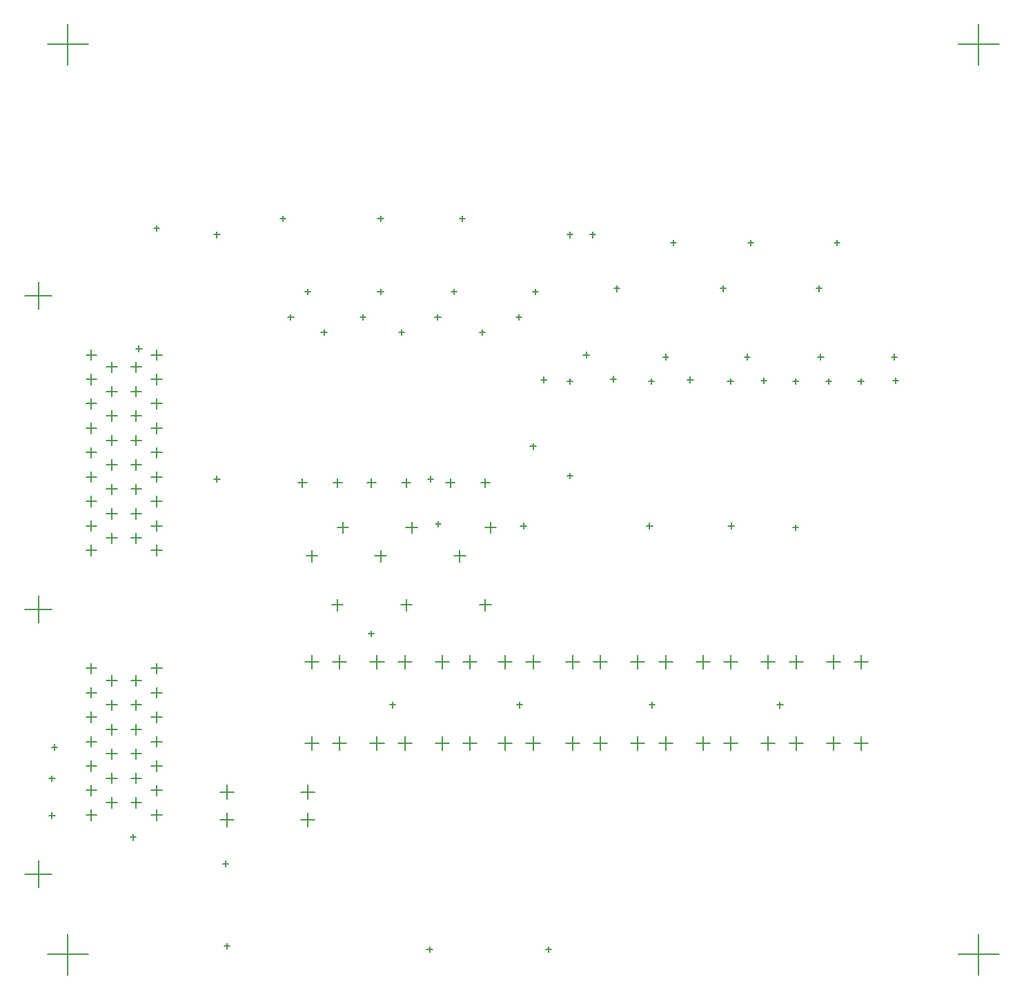
<source format=gbr>
%TF.GenerationSoftware,Altium Limited,Altium Designer,18.1.7 (191)*%
G04 Layer_Color=128*
%FSLAX26Y26*%
%MOIN*%
%TF.FileFunction,Drillmap*%
%TF.Part,Single*%
G01*
G75*
%TA.AperFunction,NonConductor*%
%ADD64C,0.005000*%
D64*
X702756Y2253937D02*
X753937D01*
X728346Y2228346D02*
Y2279527D01*
X702756Y2372047D02*
X753937D01*
X728346Y2346457D02*
Y2397638D01*
X702756Y2490157D02*
X753937D01*
X728346Y2464567D02*
Y2515748D01*
X702756Y2608268D02*
X753937D01*
X728346Y2582677D02*
Y2633858D01*
X702756Y2726378D02*
X753937D01*
X728346Y2700787D02*
Y2751968D01*
X702756Y2844488D02*
X753937D01*
X728346Y2818898D02*
Y2870079D01*
X702756Y2962598D02*
X753937D01*
X728346Y2937008D02*
Y2988189D01*
X702756Y3080709D02*
X753937D01*
X728346Y3055118D02*
Y3106299D01*
X702756Y3198819D02*
X753937D01*
X728346Y3173228D02*
Y3224409D01*
X604331Y2312992D02*
X655512D01*
X629921Y2287402D02*
Y2338583D01*
X604331Y2431102D02*
X655512D01*
X629921Y2405512D02*
Y2456693D01*
X604331Y2549213D02*
X655512D01*
X629921Y2523622D02*
Y2574803D01*
X604331Y2667323D02*
X655512D01*
X629921Y2641732D02*
Y2692913D01*
X604331Y2785433D02*
X655512D01*
X629921Y2759843D02*
Y2811023D01*
X604331Y2903543D02*
X655512D01*
X629921Y2877953D02*
Y2929134D01*
X604331Y3021653D02*
X655512D01*
X629921Y2996063D02*
Y3047244D01*
X604331Y3139764D02*
X655512D01*
X629921Y3114173D02*
Y3165354D01*
X486221Y2312992D02*
X537402D01*
X511811Y2287402D02*
Y2338583D01*
X486221Y2431102D02*
X537402D01*
X511811Y2405512D02*
Y2456693D01*
X486221Y2549213D02*
X537402D01*
X511811Y2523622D02*
Y2574803D01*
X486221Y2667323D02*
X537402D01*
X511811Y2641732D02*
Y2692913D01*
X486221Y2785433D02*
X537402D01*
X511811Y2759843D02*
Y2811023D01*
X486221Y2903543D02*
X537402D01*
X511811Y2877953D02*
Y2929134D01*
X486221Y3021653D02*
X537402D01*
X511811Y2996063D02*
Y3047244D01*
X486221Y3139764D02*
X537402D01*
X511811Y3114173D02*
Y3165354D01*
X387795Y2253937D02*
X438976D01*
X413386Y2228346D02*
Y2279527D01*
X387795Y2372047D02*
X438976D01*
X413386Y2346457D02*
Y2397638D01*
X387795Y2490157D02*
X438976D01*
X413386Y2464567D02*
Y2515748D01*
X387795Y2608268D02*
X438976D01*
X413386Y2582677D02*
Y2633858D01*
X387795Y2726378D02*
X438976D01*
X413386Y2700787D02*
Y2751968D01*
X387795Y2844488D02*
X438976D01*
X413386Y2818898D02*
Y2870079D01*
X387795Y2962598D02*
X438976D01*
X413386Y2937008D02*
Y2988189D01*
X387795Y3080709D02*
X438976D01*
X413386Y3055118D02*
Y3106299D01*
X387795Y3198819D02*
X438976D01*
X413386Y3173228D02*
Y3224409D01*
X92520Y688976D02*
X222441D01*
X157480Y624016D02*
Y753937D01*
X387795Y1683071D02*
X438976D01*
X413386Y1657480D02*
Y1708661D01*
X387795Y1564961D02*
X438976D01*
X413386Y1539370D02*
Y1590551D01*
X387795Y1446850D02*
X438976D01*
X413386Y1421260D02*
Y1472441D01*
X387795Y1328740D02*
X438976D01*
X413386Y1303150D02*
Y1354331D01*
X387795Y1210630D02*
X438976D01*
X413386Y1185039D02*
Y1236220D01*
X387795Y1092520D02*
X438976D01*
X413386Y1066929D02*
Y1118110D01*
X387795Y974409D02*
X438976D01*
X413386Y948819D02*
Y1000000D01*
X486221Y1624016D02*
X537402D01*
X511811Y1598425D02*
Y1649606D01*
X486221Y1505906D02*
X537402D01*
X511811Y1480315D02*
Y1531496D01*
X486221Y1387795D02*
X537402D01*
X511811Y1362205D02*
Y1413386D01*
X486221Y1269685D02*
X537402D01*
X511811Y1244094D02*
Y1295275D01*
X486221Y1151575D02*
X537402D01*
X511811Y1125984D02*
Y1177165D01*
X486221Y1033465D02*
X537402D01*
X511811Y1007874D02*
Y1059055D01*
X604331Y1624016D02*
X655512D01*
X629921Y1598425D02*
Y1649606D01*
X604331Y1505906D02*
X655512D01*
X629921Y1480315D02*
Y1531496D01*
X604331Y1387795D02*
X655512D01*
X629921Y1362205D02*
Y1413386D01*
X604331Y1269685D02*
X655512D01*
X629921Y1244094D02*
Y1295275D01*
X604331Y1151575D02*
X655512D01*
X629921Y1125984D02*
Y1177165D01*
X604331Y1033465D02*
X655512D01*
X629921Y1007874D02*
Y1059055D01*
X702756Y1683071D02*
X753937D01*
X728346Y1657480D02*
Y1708661D01*
X702756Y1564961D02*
X753937D01*
X728346Y1539370D02*
Y1590551D01*
X702756Y1446850D02*
X753937D01*
X728346Y1421260D02*
Y1472441D01*
X702756Y1328740D02*
X753937D01*
X728346Y1303150D02*
Y1354331D01*
X702756Y1210630D02*
X753937D01*
X728346Y1185039D02*
Y1236220D01*
X702756Y1092520D02*
X753937D01*
X728346Y1066929D02*
Y1118110D01*
X702756Y974409D02*
X753937D01*
X728346Y948819D02*
Y1000000D01*
X92520Y1968504D02*
X222441D01*
X157480Y1903543D02*
Y2033465D01*
X92520Y3484252D02*
X222441D01*
X157480Y3419291D02*
Y3549213D01*
X201575Y4700000D02*
X398425D01*
X300000Y4601575D02*
Y4798425D01*
X4601575Y4700000D02*
X4798425D01*
X4700000Y4601575D02*
Y4798425D01*
X201575Y300000D02*
X398425D01*
X300000Y201575D02*
Y398425D01*
X4601575Y300000D02*
X4798425D01*
X4700000Y201575D02*
Y398425D01*
X2289648Y1989824D02*
X2344767D01*
X2317207Y1962265D02*
Y2017383D01*
X2315239Y2363840D02*
X2370357D01*
X2342798Y2336281D02*
Y2391399D01*
X2165633Y2226045D02*
X2220751D01*
X2193192Y2198486D02*
Y2253604D01*
X2126263Y2580376D02*
X2169570D01*
X2147916Y2558722D02*
Y2602029D01*
X2295554Y2580376D02*
X2338861D01*
X2317207Y2558722D02*
Y2602029D01*
X1575314Y1989824D02*
X1630432D01*
X1602873Y1962265D02*
Y2017383D01*
X1600905Y2363840D02*
X1656023D01*
X1628464Y2336281D02*
Y2391399D01*
X1451298Y2226045D02*
X1506416D01*
X1478857Y2198486D02*
Y2253604D01*
X1411928Y2580376D02*
X1455235D01*
X1433582Y2558722D02*
Y2602029D01*
X1581219Y2580376D02*
X1624526D01*
X1602873Y2558722D02*
Y2602029D01*
X1907480Y1989824D02*
X1962598D01*
X1935039Y1962265D02*
Y2017383D01*
X1933071Y2363840D02*
X1988189D01*
X1960630Y2336281D02*
Y2391399D01*
X1783465Y2226045D02*
X1838583D01*
X1811024Y2198486D02*
Y2253604D01*
X1744095Y2580376D02*
X1787402D01*
X1765748Y2558722D02*
Y2602029D01*
X1913386Y2580376D02*
X1956693D01*
X1935039Y2558722D02*
Y2602029D01*
X2209172Y1712659D02*
X2276101D01*
X2242637Y1679195D02*
Y1746123D01*
X2209172Y1322108D02*
X2276101D01*
X2242637Y1288643D02*
Y1355572D01*
X2075314Y1712659D02*
X2142243D01*
X2108778Y1679195D02*
Y1746123D01*
X2075314Y1322108D02*
X2142243D01*
X2108778Y1288643D02*
Y1355572D01*
X1579251Y1712659D02*
X1646180D01*
X1612716Y1679195D02*
Y1746123D01*
X1579251Y1322108D02*
X1646180D01*
X1612716Y1288643D02*
Y1355572D01*
X1445393Y1712659D02*
X1512322D01*
X1478857Y1679195D02*
Y1746123D01*
X1445393Y1322108D02*
X1512322D01*
X1478857Y1288643D02*
Y1355572D01*
X1894212Y1712659D02*
X1961141D01*
X1927676Y1679195D02*
Y1746123D01*
X1894212Y1322108D02*
X1961141D01*
X1927676Y1288643D02*
Y1355572D01*
X1760353Y1712659D02*
X1827282D01*
X1793818Y1679195D02*
Y1746123D01*
X1760353Y1322108D02*
X1827282D01*
X1793818Y1288643D02*
Y1355572D01*
X1034488Y1085630D02*
X1101417D01*
X1067953Y1052165D02*
Y1119094D01*
X1425040Y1085630D02*
X1491968D01*
X1458504Y1052165D02*
Y1119094D01*
X1034488Y951772D02*
X1101417D01*
X1067953Y918307D02*
Y985236D01*
X1425040Y951772D02*
X1491968D01*
X1458504Y918307D02*
Y985236D01*
X2839093Y1712659D02*
X2906023D01*
X2872558Y1679195D02*
Y1746123D01*
X2839093Y1322108D02*
X2906023D01*
X2872558Y1288643D02*
Y1355572D01*
X2705235Y1712659D02*
X2772164D01*
X2738700Y1679195D02*
Y1746123D01*
X2705235Y1322108D02*
X2772164D01*
X2738700Y1288643D02*
Y1355572D01*
X3154054Y1712659D02*
X3220983D01*
X3187519Y1679195D02*
Y1746123D01*
X3154054Y1322108D02*
X3220983D01*
X3187519Y1288643D02*
Y1355572D01*
X3020196Y1712659D02*
X3087125D01*
X3053660Y1679195D02*
Y1746123D01*
X3020196Y1322108D02*
X3087125D01*
X3053660Y1288643D02*
Y1355572D01*
X3469015Y1712659D02*
X3535944D01*
X3502479Y1679195D02*
Y1746123D01*
X3469015Y1322108D02*
X3535944D01*
X3502479Y1288643D02*
Y1355572D01*
X3335157Y1712659D02*
X3402086D01*
X3368621Y1679195D02*
Y1746123D01*
X3335157Y1322108D02*
X3402086D01*
X3368621Y1288643D02*
Y1355572D01*
X3783975Y1712659D02*
X3850904D01*
X3817440Y1679195D02*
Y1746123D01*
X3783975Y1322108D02*
X3850904D01*
X3817440Y1288643D02*
Y1355572D01*
X3650117Y1712659D02*
X3717046D01*
X3683582Y1679195D02*
Y1746123D01*
X3650117Y1322108D02*
X3717046D01*
X3683582Y1288643D02*
Y1355572D01*
X4098936Y1712659D02*
X4165865D01*
X4132401Y1679195D02*
Y1746123D01*
X4098936Y1322108D02*
X4165865D01*
X4132401Y1288643D02*
Y1355572D01*
X3965078Y1712659D02*
X4032007D01*
X3998542Y1679195D02*
Y1746123D01*
X3965078Y1322108D02*
X4032007D01*
X3998542Y1288643D02*
Y1355572D01*
X2513780Y1712677D02*
X2580709D01*
X2547244Y1679213D02*
Y1746142D01*
X2513780Y1322126D02*
X2580709D01*
X2547244Y1288661D02*
Y1355591D01*
X2379921Y1712677D02*
X2446850D01*
X2413386Y1679213D02*
Y1746142D01*
X2379921Y1322126D02*
X2446850D01*
X2413386Y1288661D02*
Y1355591D01*
X209357Y971674D02*
X237357D01*
X223357Y957674D02*
Y985674D01*
X209357Y1151575D02*
X237357D01*
X223357Y1137575D02*
Y1165575D01*
X222220Y1301857D02*
X250220D01*
X236220Y1287857D02*
Y1315857D01*
X4001748Y3740157D02*
X4029748D01*
X4015748Y3726157D02*
Y3754157D01*
X3584673Y3740157D02*
X3612673D01*
X3598673Y3726157D02*
Y3754157D01*
X3211551Y3740157D02*
X3239551D01*
X3225551Y3726157D02*
Y3754157D01*
X2820646Y3779528D02*
X2848646D01*
X2834646Y3765528D02*
Y3793528D01*
X2710683Y3779528D02*
X2738683D01*
X2724683Y3765528D02*
Y3793528D01*
X2190724Y3858268D02*
X2218724D01*
X2204724Y3844268D02*
Y3872268D01*
X1797024Y3858268D02*
X1825024D01*
X1811024Y3844268D02*
Y3872268D01*
X1324583Y3858268D02*
X1352583D01*
X1338583Y3844268D02*
Y3872268D01*
X1006023Y3779528D02*
X1034023D01*
X1020023Y3765528D02*
Y3793528D01*
X1006023Y2598425D02*
X1034023D01*
X1020023Y2584425D02*
Y2612425D01*
X2038351Y2598425D02*
X2066352D01*
X2052352Y2584425D02*
Y2612425D01*
X2074861Y2381184D02*
X2102861D01*
X2088861Y2367184D02*
Y2395184D01*
X1053953Y341606D02*
X1081953D01*
X1067953Y327606D02*
Y355606D01*
X3726157Y1505906D02*
X3754157D01*
X3740157Y1491906D02*
Y1519906D01*
X3107452Y1505906D02*
X3135452D01*
X3121452Y1491906D02*
Y1519906D01*
X2468942Y1505906D02*
X2496942D01*
X2482942Y1491906D02*
Y1519906D01*
X1855345Y1505906D02*
X1883345D01*
X1869345Y1491906D02*
Y1519906D01*
X714346Y3809807D02*
X742346D01*
X728346Y3795807D02*
Y3823807D01*
X3914915Y3519571D02*
X3942915D01*
X3928915Y3505571D02*
Y3533571D01*
X3450567Y3519571D02*
X3478567D01*
X3464567Y3505571D02*
Y3533571D01*
X2938756Y3519571D02*
X2966756D01*
X2952756Y3505571D02*
Y3533571D01*
X4285431Y3073782D02*
X4313431D01*
X4299431Y3059782D02*
Y3087782D01*
X3962378Y3070866D02*
X3990378D01*
X3976378Y3056866D02*
Y3084866D01*
X3647417Y3073782D02*
X3675417D01*
X3661417Y3059782D02*
Y3087782D01*
X3293087Y3078959D02*
X3321087D01*
X3307087Y3064959D02*
Y3092959D01*
X2921495Y3081693D02*
X2949495D01*
X2935495Y3067693D02*
Y3095693D01*
X2584425Y3078959D02*
X2612425D01*
X2598425Y3064959D02*
Y3092959D01*
X2289150Y3307087D02*
X2317150D01*
X2303150Y3293087D02*
Y3321087D01*
X1897845Y3307087D02*
X1925845D01*
X1911845Y3293087D02*
Y3321087D01*
X1523855Y3307087D02*
X1551855D01*
X1537855Y3293087D02*
Y3321087D01*
X2608200Y323955D02*
X2636200D01*
X2622200Y309955D02*
Y337955D01*
X2033244Y323955D02*
X2061244D01*
X2047244Y309955D02*
Y337955D01*
X1048953Y738895D02*
X1076953D01*
X1062953Y724895D02*
Y752895D01*
X602005Y866142D02*
X630005D01*
X616005Y852142D02*
Y880142D01*
X2486593Y2372047D02*
X2514593D01*
X2500593Y2358047D02*
Y2386047D01*
X3096236Y2372047D02*
X3124236D01*
X3110236Y2358047D02*
Y2386047D01*
X2710683Y2613371D02*
X2738683D01*
X2724683Y2599371D02*
Y2627371D01*
X3801982Y2363840D02*
X3829982D01*
X3815982Y2349840D02*
Y2377840D01*
X3489937Y2372047D02*
X3517937D01*
X3503937Y2358047D02*
Y2386047D01*
X4277339Y3188976D02*
X4305339D01*
X4291339Y3174976D02*
Y3202976D01*
X3923008Y3188976D02*
X3951008D01*
X3937008Y3174976D02*
Y3202976D01*
X3568677Y3188976D02*
X3596677D01*
X3582677Y3174976D02*
Y3202976D01*
X3174976Y3188976D02*
X3202976D01*
X3188976Y3174976D02*
Y3202976D01*
X2790171Y3198819D02*
X2818171D01*
X2804171Y3184819D02*
Y3212819D01*
X2545055Y3503937D02*
X2573055D01*
X2559055Y3489937D02*
Y3517937D01*
X2151354Y3503937D02*
X2179354D01*
X2165354Y3489937D02*
Y3517937D01*
X1797024Y3503937D02*
X1825024D01*
X1811024Y3489937D02*
Y3517937D01*
X1444504Y3503937D02*
X1472504D01*
X1458504Y3489937D02*
Y3517937D01*
X2710683Y3070866D02*
X2738683D01*
X2724683Y3056866D02*
Y3084866D01*
X3105132Y3070866D02*
X3133132D01*
X3119132Y3056866D02*
Y3084866D01*
X3487022Y3070866D02*
X3515022D01*
X3501022Y3056866D02*
Y3084866D01*
X3801982Y3070866D02*
X3829982D01*
X3815982Y3056866D02*
Y3084866D01*
X4116943Y3070866D02*
X4144943D01*
X4130943Y3056866D02*
Y3084866D01*
X2465391Y3380905D02*
X2493391D01*
X2479391Y3366905D02*
Y3394905D01*
X2072614Y3380905D02*
X2100614D01*
X2086614Y3366905D02*
Y3394905D01*
X1711454Y3380905D02*
X1739454D01*
X1725454Y3366905D02*
Y3394905D01*
X1363029Y3380905D02*
X1391029D01*
X1377029Y3366905D02*
Y3394905D01*
X2533244Y2755905D02*
X2561244D01*
X2547244Y2741905D02*
Y2769905D01*
X629837Y3228346D02*
X657837D01*
X643837Y3214346D02*
Y3242346D01*
X1751748Y1850394D02*
X1779748D01*
X1765748Y1836394D02*
Y1864394D01*
%TF.MD5,03b2b34fbd86e373c95938099cf08c3c*%
M02*

</source>
